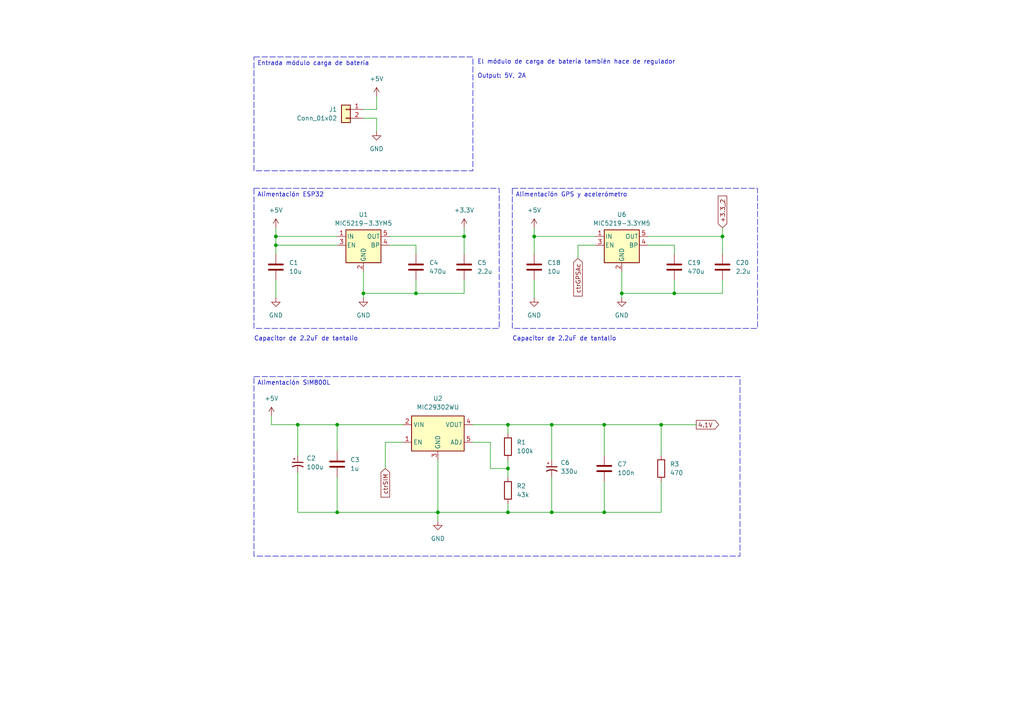
<source format=kicad_sch>
(kicad_sch (version 20230121) (generator eeschema)
  (paper "A4")
  (lib_symbols
    (symbol "Connector_Generic:Conn_01x02" (pin_names (offset 1.016) hide)
      (property "Reference" "J1" (at 2.54 0 0))
      (property "Value" "Conn_01x02" (at 2.54 -2.54 0))
      (symbol "Conn_01x02_1_1"
        (rectangle (start -1.27 -2.413) (end 0 -2.667) (stroke (width 0.1524)))
        (rectangle (start -1.27 0.127) (end 0 -0.127) (stroke (width 0.1524)))
        (rectangle (start -1.27 1.27) (end 1.27 -3.81) (stroke (width 0.254)) (fill (type background)))
        (pin power_out line (at -5.08 0 0) (length 3.81) (name "Pin_1") (number "1"))
        (pin power_out line (at -5.08 -2.54 0) (length 3.81) (name "Pin_2") (number "2"))
      )
    )
    (symbol "Device:C" (pin_numbers hide) (pin_names (offset 0.254))
      (property "Reference" "C" (at 0.635 2.54 0))
      (property "Value" "C" (at 0.635 -2.54 0))
      (symbol "C_0_1"
        (polyline (pts (xy -2.032 -0.762) (xy 2.032 -0.762)) (stroke (width 0.508)))
        (polyline (pts (xy -2.032 0.762) (xy 2.032 0.762)) (stroke (width 0.508)))
      )
      (symbol "C_1_1"
        (pin passive line (at 0 3.81 270) (length 2.794) (name "~") (number "1"))
        (pin passive line (at 0 -3.81 90) (length 2.794) (name "~") (number "2"))
      )
    )
    (symbol "Device:C_Polarized_Small_US" (pin_numbers hide) (pin_names (offset 0.254) hide)
      (property "Reference" "C" (at 0.254 1.778 0))
      (property "Value" "C_Polarized_Small_US" (at 0.254 -2.032 0))
      (symbol "C_Polarized_Small_US_0_1"
        (polyline (pts (xy -1.524 0.508) (xy 1.524 0.508)) (stroke (width 0.3048)))
        (polyline (pts (xy -1.27 1.524) (xy -0.762 1.524)))
        (polyline (pts (xy -1.016 1.27) (xy -1.016 1.778)))
        (arc (start 1.524 -0.762) (mid 0 -0.3734) (end -1.524 -0.762) (stroke (width 0.3048)))
      )
      (symbol "C_Polarized_Small_US_1_1"
        (pin passive line (at 0 2.54 270) (length 2.032) (name "~") (number "1"))
        (pin passive line (at 0 -2.54 90) (length 2.032) (name "~") (number "2"))
      )
    )
    (symbol "Device:R" (pin_numbers hide) (pin_names (offset 0))
      (property "Reference" "R" (at 2.032 0 90))
      (property "Value" "R" (at 0 0 90))
      (symbol "R_0_1"
        (rectangle (start -1.016 -2.54) (end 1.016 2.54) (stroke (width 0.254)))
      )
      (symbol "R_1_1"
        (pin passive line (at 0 3.81 270) (length 1.27) (name "~") (number "1"))
        (pin passive line (at 0 -3.81 90) (length 1.27) (name "~") (number "2"))
      )
    )
    (symbol "Regulator_Linear:MIC29302WU"
      (property "Reference" "U" (at -6.35 6.35 0))
      (property "Value" "MIC29302WU" (at 2.54 6.35 0))
      (symbol "MIC29302WU_1_1"
        (rectangle (start -7.62 5.08) (end 7.62 -5.08) (stroke (width 0.254)) (fill (type background)))
        (pin input line (at -10.16 -2.54 0) (length 2.54) (name "EN") (number "1"))
        (pin power_in line (at -10.16 2.54 0) (length 2.54) (name "VIN") (number "2"))
        (pin power_in line (at 0 -7.62 90) (length 2.54) (name "GND") (number "3"))
        (pin power_out line (at 10.16 2.54 180) (length 2.54) (name "VOUT") (number "4"))
        (pin input line (at 10.16 -2.54 180) (length 2.54) (name "ADJ") (number "5"))
      )
    )
    (symbol "Regulator_Linear:MIC5219-3.3YM5" (pin_names (offset 0.254))
      (property "Reference" "U" (at -3.81 5.715 0))
      (property "Value" "MIC5219-3.3YM5" (at 0 5.715 0))
      (symbol "MIC5219-3.3YM5_0_1"
        (rectangle (start -5.08 4.445) (end 5.08 -5.08) (stroke (width 0.254)) (fill (type background)))
      )
      (symbol "MIC5219-3.3YM5_1_1"
        (pin power_in line (at -7.62 2.54 0) (length 2.54) (name "IN") (number "1"))
        (pin power_in line (at 0 -7.62 90) (length 2.54) (name "GND") (number "2"))
        (pin input line (at -7.62 0 0) (length 2.54) (name "EN") (number "3"))
        (pin input line (at 7.62 0 180) (length 2.54) (name "BP") (number "4"))
        (pin power_out line (at 7.62 2.54 180) (length 2.54) (name "OUT") (number "5"))
      )
    )
    (symbol "power:+3.3V" (power) (pin_names (offset 0))
      (property "Value" "+3.3V" (at 0 3.556 0))
      (symbol "+3.3V_0_1"
        (polyline (pts (xy -0.762 1.27) (xy 0 2.54)))
        (polyline (pts (xy 0 0) (xy 0 2.54)))
        (polyline (pts (xy 0 2.54) (xy 0.762 1.27)))
      )
      (symbol "+3.3V_1_1"
        (pin power_in line (at 0 0 90) (length 0) hide (name "+3.3V") (number "1"))
      )
    )
    (symbol "power:+5V" (power) (pin_names (offset 0))
      (property "Value" "+5V" (at 0 3.556 0))
      (symbol "+5V_0_1"
        (polyline (pts (xy -0.762 1.27) (xy 0 2.54)))
        (polyline (pts (xy 0 0) (xy 0 2.54)))
        (polyline (pts (xy 0 2.54) (xy 0.762 1.27)))
      )
      (symbol "+5V_1_1"
        (pin power_in line (at 0 0 90) (length 0) hide (name "+5V") (number "1"))
      )
    )
    (symbol "power:GND" (power) (pin_names (offset 0))
      (property "Value" "GND" (at 0 -3.81 0))
      (symbol "GND_0_1"
        (polyline (pts (xy 0 0) (xy 0 -1.27) (xy 1.27 -1.27) (xy 0 -2.54) (xy -1.27 -1.27) (xy 0 -1.27)))
      )
      (symbol "GND_1_1"
        (pin power_in line (at 0 0 270) (length 0) hide (name "GND") (number "1"))
      )
    )
  )
  (junction (at 147.32 135.89))
  (junction (at 147.32 123.19))
  (junction (at 147.32 148.59))
  (junction (at 127 148.59))
  (junction (at 80.01 71.12))
  (junction (at 134.62 68.58))
  (junction (at 160.02 148.59))
  (junction (at 105.41 85.09))
  (junction (at 154.94 68.58))
  (junction (at 97.79 123.19))
  (junction (at 97.79 148.59))
  (junction (at 175.26 123.19))
  (junction (at 191.77 123.19))
  (junction (at 180.34 85.09))
  (junction (at 195.58 85.09))
  (junction (at 175.26 148.59))
  (junction (at 209.55 68.58))
  (junction (at 80.01 68.58))
  (junction (at 86.36 123.19))
  (junction (at 120.65 85.09))
  (junction (at 160.02 123.19))
  (wire (pts (xy 154.94 81.28) (xy 154.94 86.36)))
  (wire (pts (xy 86.36 148.59) (xy 97.79 148.59)))
  (wire (pts (xy 97.79 123.19) (xy 116.84 123.19)))
  (wire (pts (xy 175.26 139.7) (xy 175.26 148.59)))
  (wire (pts (xy 142.24 135.89) (xy 147.32 135.89)))
  (wire (pts (xy 80.01 81.28) (xy 80.01 86.36)))
  (wire (pts (xy 134.62 66.04) (xy 134.62 68.58)))
  (wire (pts (xy 86.36 132.08) (xy 86.36 123.19)))
  (wire (pts (xy 209.55 73.66) (xy 209.55 68.58)))
  (wire (pts (xy 147.32 125.73) (xy 147.32 123.19)))
  (wire (pts (xy 191.77 132.08) (xy 191.77 123.19)))
  (wire (pts (xy 97.79 138.43) (xy 97.79 148.59)))
  (wire (pts (xy 209.55 85.09) (xy 195.58 85.09)))
  (wire (pts (xy 154.94 68.58) (xy 154.94 73.66)))
  (wire (pts (xy 160.02 133.35) (xy 160.02 123.19)))
  (wire (pts (xy 137.16 128.27) (xy 142.24 128.27)))
  (wire (pts (xy 191.77 148.59) (xy 175.26 148.59)))
  (wire (pts (xy 109.22 34.29) (xy 105.41 34.29)))
  (wire (pts (xy 109.22 34.29) (xy 109.22 38.1)))
  (wire (pts (xy 154.94 66.04) (xy 154.94 68.58)))
  (wire (pts (xy 160.02 148.59) (xy 175.26 148.59)))
  (wire (pts (xy 80.01 68.58) (xy 97.79 68.58)))
  (wire (pts (xy 191.77 123.19) (xy 201.93 123.19)))
  (wire (pts (xy 113.03 71.12) (xy 120.65 71.12)))
  (wire (pts (xy 80.01 66.04) (xy 80.01 68.58)))
  (wire (pts (xy 134.62 68.58) (xy 113.03 68.58)))
  (wire (pts (xy 154.94 68.58) (xy 172.72 68.58)))
  (wire (pts (xy 147.32 146.05) (xy 147.32 148.59)))
  (wire (pts (xy 175.26 123.19) (xy 160.02 123.19)))
  (wire (pts (xy 80.01 73.66) (xy 80.01 71.12)))
  (wire (pts (xy 120.65 81.28) (xy 120.65 85.09)))
  (wire (pts (xy 109.22 31.75) (xy 105.41 31.75)))
  (wire (pts (xy 147.32 133.35) (xy 147.32 135.89)))
  (wire (pts (xy 147.32 123.19) (xy 160.02 123.19)))
  (wire (pts (xy 120.65 85.09) (xy 105.41 85.09)))
  (wire (pts (xy 120.65 71.12) (xy 120.65 73.66)))
  (wire (pts (xy 78.74 123.19) (xy 86.36 123.19)))
  (wire (pts (xy 175.26 123.19) (xy 191.77 123.19)))
  (wire (pts (xy 134.62 85.09) (xy 120.65 85.09)))
  (wire (pts (xy 180.34 78.74) (xy 180.34 85.09)))
  (wire (pts (xy 187.96 71.12) (xy 195.58 71.12)))
  (wire (pts (xy 209.55 81.28) (xy 209.55 85.09)))
  (wire (pts (xy 111.76 128.27) (xy 111.76 135.89)))
  (wire (pts (xy 105.41 85.09) (xy 105.41 86.36)))
  (wire (pts (xy 180.34 85.09) (xy 180.34 86.36)))
  (wire (pts (xy 97.79 130.81) (xy 97.79 123.19)))
  (wire (pts (xy 86.36 137.16) (xy 86.36 148.59)))
  (wire (pts (xy 134.62 73.66) (xy 134.62 68.58)))
  (wire (pts (xy 147.32 135.89) (xy 147.32 138.43)))
  (wire (pts (xy 167.64 74.93) (xy 167.64 71.12)))
  (wire (pts (xy 80.01 71.12) (xy 80.01 68.58)))
  (wire (pts (xy 78.74 120.65) (xy 78.74 123.19)))
  (wire (pts (xy 191.77 139.7) (xy 191.77 148.59)))
  (wire (pts (xy 209.55 66.04) (xy 209.55 68.58)))
  (wire (pts (xy 116.84 128.27) (xy 111.76 128.27)))
  (wire (pts (xy 195.58 81.28) (xy 195.58 85.09)))
  (wire (pts (xy 97.79 148.59) (xy 127 148.59)))
  (wire (pts (xy 80.01 71.12) (xy 97.79 71.12)))
  (wire (pts (xy 195.58 71.12) (xy 195.58 73.66)))
  (wire (pts (xy 134.62 81.28) (xy 134.62 85.09)))
  (wire (pts (xy 160.02 138.43) (xy 160.02 148.59)))
  (wire (pts (xy 147.32 148.59) (xy 160.02 148.59)))
  (wire (pts (xy 127 133.35) (xy 127 148.59)))
  (wire (pts (xy 86.36 123.19) (xy 97.79 123.19)))
  (wire (pts (xy 127 148.59) (xy 147.32 148.59)))
  (wire (pts (xy 195.58 85.09) (xy 180.34 85.09)))
  (wire (pts (xy 175.26 132.08) (xy 175.26 123.19)))
  (wire (pts (xy 209.55 68.58) (xy 187.96 68.58)))
  (wire (pts (xy 167.64 71.12) (xy 172.72 71.12)))
  (wire (pts (xy 142.24 128.27) (xy 142.24 135.89)))
  (wire (pts (xy 109.22 31.75) (xy 109.22 27.94)))
  (wire (pts (xy 105.41 78.74) (xy 105.41 85.09)))
  (wire (pts (xy 137.16 123.19) (xy 147.32 123.19)))
  (wire (pts (xy 127 148.59) (xy 127 151.13)))
  (text_box "Alimentación GPS y acelerómetro" (at 148.59 54.61 0) (size 71.12 40.64) (stroke (width 0) (type dash)) (effects (font (size 1.27 1.27)) (justify left top)))
  (text_box "Alimentación SIM800L" (at 73.66 109.22 0) (size 140.97 52.07) (stroke (width 0) (type dash)) (effects (font (size 1.27 1.27)) (justify left top)))
  (text_box "Entrada módulo carga de batería" (at 73.66 16.51 0) (size 63.5 33.02) (stroke (width 0) (type dash)) (effects (font (size 1.27 1.27)) (justify left top)))
  (text_box "Alimentación ESP32" (at 73.66 54.61 0) (size 71.12 40.64) (stroke (width 0) (type dash)) (effects (font (size 1.27 1.27)) (justify left top)))
  (text "Capacitor de 2.2uF de tantalio" (at 73.66 99.06 0) (effects (font (size 1.27 1.27)) (justify left bottom)))
  (text "El módulo de carga de batería también hace de regulador\n\nOutput: 5V, 2A" (at 138.43 22.86 0) (effects (font (size 1.27 1.27)) (justify left bottom)))
  (text "Capacitor de 2.2uF de tantalio" (at 148.59 99.06 0) (effects (font (size 1.27 1.27)) (justify left bottom)))
  (global_label "ctrSIM" (shape input) (at 111.76 135.89 270) (property "Intersheetrefs" "${INTERSHEET_REFS}" (effects hide)))
  (global_label "ctrGPSAc" (shape input) (at 167.64 74.93 270) (property "Intersheetrefs" "${INTERSHEET_REFS}" (effects hide)))
  (global_label "+3.3_2" (shape input) (at 209.55 66.04 90) (property "Intersheetrefs" "${INTERSHEET_REFS}" (effects hide)))
  (global_label "4.1V" (shape output) (at 201.93 123.19 0) (property "Intersheetrefs" "${INTERSHEET_REFS}" (effects hide)))
  (symbol (lib_id "Regulator_Linear:MIC29302WU") (at 127 125.73 0) (unit 1)
    (property "Reference" "U2" (at 127 115.57 0))
    (property "Value" "MIC29302WU" (at 127 118.11 0))
    (property "Footprint" "Package_TO_SOT_SMD:TO-263-5_TabPin3" (effects hide))
    (property "Datasheet" "http://ww1.microchip.com/downloads/en/devicedoc/20005685a.pdf" (effects hide))
  )
  (symbol (lib_id "power:+5V") (at 78.74 120.65 0) (unit 1)
    (property "Reference" "#PWR01" (effects hide))
    (property "Value" "+5V" (at 78.74 115.57 0))
  )
  (symbol (lib_id "power:+5V") (at 109.22 27.94 0) (mirror y) (unit 1)
    (property "Reference" "#PWR05" (effects hide))
    (property "Value" "+5V" (at 109.22 22.86 0))
  )
  (symbol (lib_id "Regulator_Linear:MIC5219-3.3YM5") (at 180.34 71.12 0) (unit 1)
    (property "Reference" "U6" (at 180.34 62.23 0))
    (property "Value" "MIC5219-3.3YM5" (at 180.34 64.77 0))
    (property "Footprint" "Package_TO_SOT_SMD:SOT-23-5" (effects hide))
    (property "Datasheet" "http://ww1.microchip.com/downloads/en/DeviceDoc/MIC5219-500mA-Peak-Output-LDO-Regulator-DS20006021A.pdf" (effects hide))
  )
  (symbol (lib_id "power:+5V") (at 80.01 66.04 0) (unit 1)
    (property "Reference" "#PWR02" (effects hide))
    (property "Value" "+5V" (at 80.01 60.96 0))
  )
  (symbol (lib_id "power:GND") (at 180.34 86.36 0) (unit 1)
    (property "Reference" "#PWR039" (effects hide))
    (property "Value" "GND" (at 180.34 91.44 0))
  )
  (symbol (lib_id "power:GND") (at 127 151.13 0) (unit 1)
    (property "Reference" "#PWR07" (effects hide))
    (property "Value" "GND" (at 127 156.21 0))
  )
  (symbol (lib_id "Regulator_Linear:MIC5219-3.3YM5") (at 105.41 71.12 0) (unit 1)
    (property "Reference" "U1" (at 105.41 62.23 0))
    (property "Value" "MIC5219-3.3YM5" (at 105.41 64.77 0))
    (property "Footprint" "Package_TO_SOT_SMD:SOT-23-5" (effects hide))
    (property "Datasheet" "http://ww1.microchip.com/downloads/en/DeviceDoc/MIC5219-500mA-Peak-Output-LDO-Regulator-DS20006021A.pdf" (effects hide))
  )
  (symbol (lib_id "Device:C") (at 154.94 77.47 0) (unit 1)
    (property "Reference" "C18" (at 158.75 76.2 0) (effects (justify left)))
    (property "Value" "10u" (at 158.75 78.74 0) (effects (justify left)))
    (property "Footprint" "Capacitor_SMD:C_1206_3216Metric_Pad1.33x1.80mm_HandSolder" (effects hide))
  )
  (symbol (lib_id "Device:C_Polarized_Small_US") (at 86.36 134.62 0) (unit 1)
    (property "Reference" "C2" (at 88.9 132.9182 0) (effects (justify left)))
    (property "Value" "100u" (at 88.9 135.4582 0) (effects (justify left)))
    (property "Footprint" "Capacitor_SMD:CP_Elec_6.3x5.4" (effects hide))
  )
  (symbol (lib_id "power:+3.3V") (at 134.62 66.04 0) (unit 1)
    (property "Reference" "#PWR08" (effects hide))
    (property "Value" "+3.3V" (at 134.62 60.96 0))
  )
  (symbol (lib_id "Device:C") (at 175.26 135.89 0) (unit 1)
    (property "Reference" "C7" (at 179.07 134.62 0) (effects (justify left)))
    (property "Value" "100n" (at 179.07 137.16 0) (effects (justify left)))
    (property "Footprint" "Capacitor_SMD:C_0805_2012Metric_Pad1.18x1.45mm_HandSolder" (effects hide))
  )
  (symbol (lib_id "power:GND") (at 154.94 86.36 0) (unit 1)
    (property "Reference" "#PWR038" (effects hide))
    (property "Value" "GND" (at 154.94 91.44 0))
  )
  (symbol (lib_id "Device:C") (at 209.55 77.47 0) (unit 1)
    (property "Reference" "C20" (at 213.36 76.2 0) (effects (justify left)))
    (property "Value" "2.2u" (at 213.36 78.74 0) (effects (justify left)))
    (property "Footprint" "Capacitor_Tantalum_SMD:CP_EIA-3216-18_Kemet-A_Pad1.58x1.35mm_HandSolder" (effects hide))
  )
  (symbol (lib_id "Device:R") (at 147.32 129.54 0) (unit 1)
    (property "Reference" "R1" (at 149.86 128.27 0) (effects (justify left)))
    (property "Value" "100k" (at 149.86 130.81 0) (effects (justify left)))
  )
  (symbol (lib_id "Device:C") (at 80.01 77.47 0) (unit 1)
    (property "Reference" "C1" (at 83.82 76.2 0) (effects (justify left)))
    (property "Value" "10u" (at 83.82 78.74 0) (effects (justify left)))
    (property "Footprint" "Capacitor_SMD:C_1206_3216Metric_Pad1.33x1.80mm_HandSolder" (effects hide))
  )
  (symbol (lib_id "Device:C") (at 195.58 77.47 0) (unit 1)
    (property "Reference" "C19" (at 199.39 76.2 0) (effects (justify left)))
    (property "Value" "470u" (at 199.39 78.74 0) (effects (justify left)))
    (property "Footprint" "Capacitor_SMD:C_Elec_8x10.2" (effects hide))
  )
  (symbol (lib_id "power:+5V") (at 154.94 66.04 0) (unit 1)
    (property "Reference" "#PWR036" (effects hide))
    (property "Value" "+5V" (at 154.94 60.96 0))
  )
  (symbol (lib_id "Connector_Generic:Conn_01x02") (at 100.33 31.75 0) (mirror y) (unit 1)
    (property "Reference" "J1" (at 97.79 31.75 0) (effects (justify left)))
    (property "Value" "Conn_01x02" (at 97.79 34.29 0) (effects (justify left)))
  )
  (symbol (lib_id "power:GND") (at 105.41 86.36 0) (unit 1)
    (property "Reference" "#PWR04" (effects hide))
    (property "Value" "GND" (at 105.41 91.44 0))
  )
  (symbol (lib_id "Device:R") (at 147.32 142.24 0) (unit 1)
    (property "Reference" "R2" (at 149.86 140.97 0) (effects (justify left)))
    (property "Value" "43k" (at 149.86 143.51 0) (effects (justify left)))
  )
  (symbol (lib_id "Device:C_Polarized_Small_US") (at 160.02 135.89 0) (unit 1)
    (property "Reference" "C6" (at 162.56 134.1882 0) (effects (justify left)))
    (property "Value" "330u" (at 162.56 136.7282 0) (effects (justify left)))
    (property "Footprint" "Capacitor_SMD:CP_Elec_8x10" (effects hide))
  )
  (symbol (lib_id "power:GND") (at 80.01 86.36 0) (unit 1)
    (property "Reference" "#PWR03" (effects hide))
    (property "Value" "GND" (at 80.01 91.44 0))
  )
  (symbol (lib_id "Device:C") (at 120.65 77.47 0) (unit 1)
    (property "Reference" "C4" (at 124.46 76.2 0) (effects (justify left)))
    (property "Value" "470u" (at 124.46 78.74 0) (effects (justify left)))
    (property "Footprint" "Capacitor_SMD:C_Elec_8x10.2" (effects hide))
  )
  (symbol (lib_id "Device:C") (at 97.79 134.62 0) (unit 1)
    (property "Reference" "C3" (at 101.6 133.35 0) (effects (justify left)))
    (property "Value" "1u" (at 101.6 135.89 0) (effects (justify left)))
    (property "Footprint" "Capacitor_SMD:C_0805_2012Metric_Pad1.18x1.45mm_HandSolder" (effects hide))
  )
  (symbol (lib_id "power:GND") (at 109.22 38.1 0) (mirror y) (unit 1)
    (property "Reference" "#PWR06" (effects hide))
    (property "Value" "GND" (at 109.22 43.18 0))
  )
  (symbol (lib_id "Device:R") (at 191.77 135.89 0) (unit 1)
    (property "Reference" "R3" (at 194.31 134.62 0) (effects (justify left)))
    (property "Value" "470" (at 194.31 137.16 0) (effects (justify left)))
  )
  (symbol (lib_id "Device:C") (at 134.62 77.47 0) (unit 1)
    (property "Reference" "C5" (at 138.43 76.2 0) (effects (justify left)))
    (property "Value" "2.2u" (at 138.43 78.74 0) (effects (justify left)))
    (property "Footprint" "Capacitor_Tantalum_SMD:CP_EIA-3216-10_Kemet-I_Pad1.58x1.35mm_HandSolder" (effects hide))
  )
)
</source>
